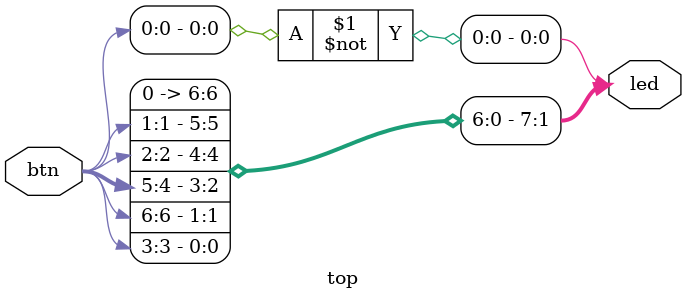
<source format=v>
module top(input [6:0] btn,
           output [7:0] led);

           assign led[7:0] = {0,btn[1],btn[2],btn[5],btn[4],btn[6],btn[3],~btn[0]};
endmodule

</source>
